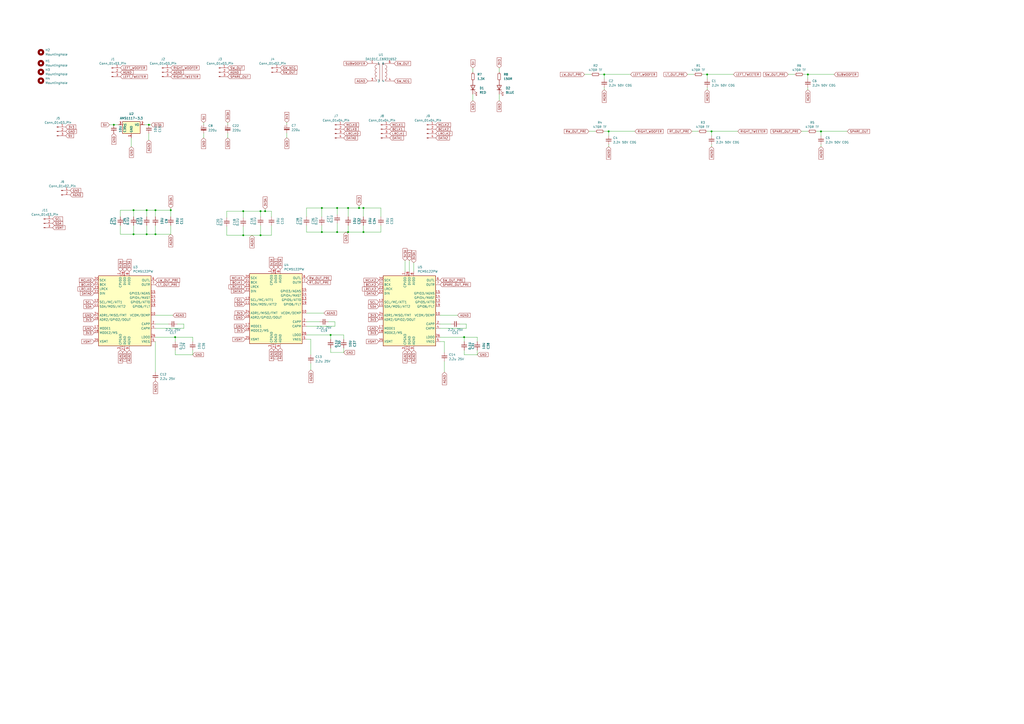
<source format=kicad_sch>
(kicad_sch (version 20231120) (generator "eeschema") (generator_version "8.0")
  (paper "A2")
  (junction (at 85.09 121.92))
  (junction (at 151.13 122.5027))
  (junction (at 353.06 76.2))
  (junction (at 141.0993 136.4727))
  (junction (at 151.13 136.4727))
  (junction (at 90.17 121.92))
  (junction (at 269.24 195.58))
  (junction (at 66.04 72.39))
  (junction (at 153.7993 122.5027))
  (junction (at 201.93 120.65))
  (junction (at 410.21 43.18))
  (junction (at 90.17 135.89))
  (junction (at 210.82 134.62))
  (junction (at 476.25 76.2))
  (junction (at 86.36 72.39))
  (junction (at 195.58 134.62))
  (junction (at 210.82 120.65))
  (junction (at 77.47 121.92))
  (junction (at 186.69 134.62))
  (junction (at 186.69 120.65))
  (junction (at 195.58 120.65))
  (junction (at 141.0993 122.5027))
  (junction (at 101.6 195.58))
  (junction (at 99.06 121.92))
  (junction (at 77.47 135.89))
  (junction (at 201.93 134.62))
  (junction (at 412.75 76.2))
  (junction (at 191.77 194.31))
  (junction (at 208.28 120.65))
  (junction (at 350.52 43.18))
  (junction (at 85.09 135.89))
  (junction (at 468.63 43.18))
  (wire (pts (xy 66.04 72.39) (xy 68.58 72.39)))
  (wire (pts (xy 276.86 205.74) (xy 276.86 203.2)))
  (wire (pts (xy 410.21 52.07) (xy 410.21 50.8)))
  (wire (pts (xy 255.27 195.58) (xy 269.24 195.58)))
  (wire (pts (xy 201.93 134.62) (xy 210.82 134.62)))
  (wire (pts (xy 427.99 76.2) (xy 412.75 76.2)))
  (wire (pts (xy 177.8 194.31) (xy 191.77 194.31)))
  (wire (pts (xy 350.52 45.72) (xy 350.52 43.18)))
  (wire (pts (xy 99.06 125.73) (xy 99.06 121.92)))
  (wire (pts (xy 157.48 122.5027) (xy 153.7993 122.5027)))
  (wire (pts (xy 131.5421 136.4727) (xy 131.5421 131.3569)))
  (wire (pts (xy 199.39 194.31) (xy 199.39 196.85)))
  (wire (pts (xy 177.8 181.61) (xy 187.96 181.61)))
  (wire (pts (xy 118.11 71.12) (xy 118.11 72.263)))
  (wire (pts (xy 153.7993 122.5027) (xy 151.13 122.5027)))
  (wire (pts (xy 131.5421 122.5027) (xy 131.5421 126.2769)))
  (wire (pts (xy 102.87 187.96) (xy 106.68 187.96)))
  (wire (pts (xy 186.69 130.81) (xy 186.69 134.62)))
  (wire (pts (xy 132.08 71.12) (xy 132.08 72.263)))
  (wire (pts (xy 353.06 85.09) (xy 353.06 83.82)))
  (wire (pts (xy 255.27 190.5) (xy 270.51 190.5)))
  (wire (pts (xy 77.47 135.89) (xy 69.85 135.89)))
  (wire (pts (xy 118.11 80.01) (xy 118.11 77.343)))
  (wire (pts (xy 90.17 121.92) (xy 99.06 121.92)))
  (wire (pts (xy 186.69 134.62) (xy 195.58 134.62)))
  (wire (pts (xy 208.28 120.65) (xy 201.93 120.65)))
  (wire (pts (xy 186.69 134.62) (xy 177.8 134.62)))
  (wire (pts (xy 90.17 198.12) (xy 90.17 215.9)))
  (wire (pts (xy 195.58 120.65) (xy 195.58 124.46)))
  (wire (pts (xy 111.76 195.58) (xy 111.76 198.12)))
  (wire (pts (xy 473.71 76.2) (xy 476.25 76.2)))
  (wire (pts (xy 199.39 204.47) (xy 199.39 201.93)))
  (wire (pts (xy 274.32 58.42) (xy 274.32 54.61)))
  (wire (pts (xy 90.17 135.89) (xy 99.06 135.89)))
  (wire (pts (xy 468.63 52.07) (xy 468.63 50.8)))
  (wire (pts (xy 85.09 121.92) (xy 77.47 121.92)))
  (wire (pts (xy 85.09 121.92) (xy 85.09 125.73)))
  (wire (pts (xy 190.5 186.69) (xy 194.31 186.69)))
  (wire (pts (xy 457.2 43.18) (xy 461.01 43.18)))
  (wire (pts (xy 86.36 72.39) (xy 83.82 72.39)))
  (wire (pts (xy 191.77 194.31) (xy 191.77 196.85)))
  (wire (pts (xy 368.3 76.2) (xy 353.06 76.2)))
  (wire (pts (xy 269.24 195.58) (xy 276.86 195.58)))
  (wire (pts (xy 141.0993 122.5027) (xy 131.5421 122.5027)))
  (wire (pts (xy 257.81 209.55) (xy 257.81 215.9)))
  (wire (pts (xy 234.95 151.13) (xy 234.95 157.48)))
  (wire (pts (xy 141.0993 122.5027) (xy 141.0993 126.3127)))
  (wire (pts (xy 132.08 80.01) (xy 132.08 77.343)))
  (wire (pts (xy 106.68 187.96) (xy 106.68 190.5)))
  (wire (pts (xy 186.69 120.65) (xy 177.8 120.65)))
  (wire (pts (xy 201.93 125.73) (xy 201.93 120.65)))
  (wire (pts (xy 210.82 125.73) (xy 210.82 120.65)))
  (wire (pts (xy 90.17 130.81) (xy 90.17 135.89)))
  (wire (pts (xy 339.09 43.18) (xy 342.9 43.18)))
  (wire (pts (xy 210.82 134.62) (xy 220.98 134.62)))
  (wire (pts (xy 412.75 78.74) (xy 412.75 76.2)))
  (wire (pts (xy 180.34 210.82) (xy 180.34 214.63)))
  (wire (pts (xy 237.49 151.13) (xy 237.49 157.48)))
  (wire (pts (xy 90.17 125.73) (xy 90.17 121.92)))
  (wire (pts (xy 186.69 120.65) (xy 186.69 125.73)))
  (wire (pts (xy 201.93 130.81) (xy 201.93 134.62)))
  (wire (pts (xy 101.6 205.74) (xy 101.6 203.2)))
  (wire (pts (xy 77.47 121.92) (xy 69.85 121.92)))
  (wire (pts (xy 412.75 85.09) (xy 412.75 83.82)))
  (wire (pts (xy 195.58 134.62) (xy 201.93 134.62)))
  (wire (pts (xy 151.13 122.5027) (xy 151.13 125.73)))
  (wire (pts (xy 483.87 43.18) (xy 468.63 43.18)))
  (wire (pts (xy 69.85 135.89) (xy 69.85 130.81)))
  (wire (pts (xy 491.49 76.2) (xy 476.25 76.2)))
  (wire (pts (xy 141.0993 136.4727) (xy 151.13 136.4727)))
  (wire (pts (xy 347.98 43.18) (xy 350.52 43.18)))
  (wire (pts (xy 191.77 194.31) (xy 199.39 194.31)))
  (wire (pts (xy 85.09 135.89) (xy 77.47 135.89)))
  (wire (pts (xy 195.58 129.54) (xy 195.58 134.62)))
  (wire (pts (xy 210.82 130.81) (xy 210.82 134.62)))
  (wire (pts (xy 106.68 190.5) (xy 90.17 190.5)))
  (wire (pts (xy 353.06 78.74) (xy 353.06 76.2)))
  (wire (pts (xy 111.76 205.74) (xy 111.76 203.2)))
  (wire (pts (xy 177.8 120.65) (xy 177.8 125.73)))
  (wire (pts (xy 177.8 196.85) (xy 180.34 196.85)))
  (wire (pts (xy 141.0993 131.3927) (xy 141.0993 136.4727)))
  (wire (pts (xy 407.67 43.18) (xy 410.21 43.18)))
  (wire (pts (xy 464.82 76.2) (xy 468.63 76.2)))
  (wire (pts (xy 194.31 186.69) (xy 194.31 189.23)))
  (wire (pts (xy 63.5 72.39) (xy 66.04 72.39)))
  (wire (pts (xy 141.0993 122.5027) (xy 151.13 122.5027)))
  (wire (pts (xy 210.82 120.65) (xy 220.98 120.65)))
  (wire (pts (xy 341.63 76.2) (xy 345.44 76.2)))
  (wire (pts (xy 208.28 120.65) (xy 208.28 119.38)))
  (wire (pts (xy 365.76 43.18) (xy 350.52 43.18)))
  (wire (pts (xy 97.79 187.96) (xy 90.17 187.96)))
  (wire (pts (xy 99.06 130.81) (xy 99.06 135.89)))
  (wire (pts (xy 398.78 43.18) (xy 402.59 43.18)))
  (wire (pts (xy 180.34 196.85) (xy 180.34 205.74)))
  (wire (pts (xy 157.48 130.81) (xy 157.48 136.4727)))
  (wire (pts (xy 153.7993 122.5027) (xy 153.7993 121.2327)))
  (wire (pts (xy 201.93 120.65) (xy 195.58 120.65)))
  (wire (pts (xy 401.32 76.2) (xy 405.13 76.2)))
  (wire (pts (xy 425.45 43.18) (xy 410.21 43.18)))
  (wire (pts (xy 157.48 136.4727) (xy 151.13 136.4727)))
  (wire (pts (xy 269.24 205.74) (xy 269.24 203.2)))
  (wire (pts (xy 77.47 130.81) (xy 77.47 135.89)))
  (wire (pts (xy 77.47 121.92) (xy 77.47 125.73)))
  (wire (pts (xy 274.32 39.37) (xy 274.32 41.91)))
  (wire (pts (xy 157.48 125.73) (xy 157.48 122.5027)))
  (wire (pts (xy 166.37 79.883) (xy 166.37 77.216)))
  (wire (pts (xy 220.98 125.73) (xy 220.98 120.65)))
  (wire (pts (xy 466.09 43.18) (xy 468.63 43.18)))
  (wire (pts (xy 101.6 195.58) (xy 101.6 198.12)))
  (wire (pts (xy 269.24 195.58) (xy 269.24 198.12)))
  (wire (pts (xy 266.7 187.96) (xy 270.51 187.96)))
  (wire (pts (xy 410.21 76.2) (xy 412.75 76.2)))
  (wire (pts (xy 194.31 189.23) (xy 177.8 189.23)))
  (wire (pts (xy 90.17 182.88) (xy 100.33 182.88)))
  (wire (pts (xy 76.2 85.09) (xy 76.2 80.01)))
  (wire (pts (xy 186.69 120.65) (xy 195.58 120.65)))
  (wire (pts (xy 85.09 130.81) (xy 85.09 135.89)))
  (wire (pts (xy 87.63 72.39) (xy 86.36 72.39)))
  (wire (pts (xy 220.98 130.81) (xy 220.98 134.62)))
  (wire (pts (xy 191.77 204.47) (xy 191.77 201.93)))
  (wire (pts (xy 476.25 85.09) (xy 476.25 83.82)))
  (wire (pts (xy 86.36 81.28) (xy 86.36 77.47)))
  (wire (pts (xy 410.21 45.72) (xy 410.21 43.18)))
  (wire (pts (xy 255.27 187.96) (xy 261.62 187.96)))
  (wire (pts (xy 255.27 198.12) (xy 257.81 198.12)))
  (wire (pts (xy 111.76 205.74) (xy 101.6 205.74)))
  (wire (pts (xy 85.09 121.92) (xy 90.17 121.92)))
  (wire (pts (xy 257.81 198.12) (xy 257.81 204.47)))
  (wire (pts (xy 240.03 152.4) (xy 240.03 157.48)))
  (wire (pts (xy 151.13 130.81) (xy 151.13 136.4727)))
  (wire (pts (xy 141.0993 136.4727) (xy 131.5421 136.4727)))
  (wire (pts (xy 350.52 76.2) (xy 353.06 76.2)))
  (wire (pts (xy 85.09 135.89) (xy 90.17 135.89)))
  (wire (pts (xy 185.42 186.69) (xy 177.8 186.69)))
  (wire (pts (xy 468.63 45.72) (xy 468.63 43.18)))
  (wire (pts (xy 69.85 121.92) (xy 69.85 125.73)))
  (wire (pts (xy 350.52 52.07) (xy 350.52 50.8)))
  (wire (pts (xy 270.51 187.96) (xy 270.51 190.5)))
  (wire (pts (xy 199.39 204.47) (xy 191.77 204.47)))
  (wire (pts (xy 276.86 195.58) (xy 276.86 198.12)))
  (wire (pts (xy 289.56 39.37) (xy 289.56 41.91)))
  (wire (pts (xy 90.17 195.58) (xy 101.6 195.58)))
  (wire (pts (xy 99.06 121.92) (xy 99.06 120.65)))
  (wire (pts (xy 208.28 120.65) (xy 210.82 120.65)))
  (wire (pts (xy 476.25 78.74) (xy 476.25 76.2)))
  (wire (pts (xy 166.37 70.993) (xy 166.37 72.136)))
  (wire (pts (xy 255.27 182.88) (xy 265.43 182.88)))
  (wire (pts (xy 289.56 58.42) (xy 289.56 54.61)))
  (wire (pts (xy 276.86 205.74) (xy 269.24 205.74)))
  (wire (pts (xy 177.8 134.62) (xy 177.8 130.81)))
  (wire (pts (xy 101.6 195.58) (xy 111.76 195.58)))
  (global_label "AGND" (shape input) (at 240.03 203.2 270) (property "Intersheetrefs" "${INTERSHEET_REFS}" (effects (hide yes))))
  (global_label "MCLK1" (shape input) (at 226.06 72.39 0) (property "Intersheetrefs" "${INTERSHEET_REFS}" (effects (hide yes))))
  (global_label "AGND" (shape input) (at 410.21 52.07 270) (property "Intersheetrefs" "${INTERSHEET_REFS}" (effects (hide yes))))
  (global_label "LRCLK1" (shape input) (at 226.06 77.47 0) (property "Intersheetrefs" "${INTERSHEET_REFS}" (effects (hide yes))))
  (global_label "3V3A" (shape input) (at 99.06 120.65 90) (property "Intersheetrefs" "${INTERSHEET_REFS}" (effects (hide yes))))
  (global_label "AGND" (shape input) (at 69.85 41.91 0) (property "Intersheetrefs" "${INTERSHEET_REFS}" (effects (hide yes))))
  (global_label "SPARE_OUT" (shape input) (at 491.49 76.2 0) (property "Intersheetrefs" "${INTERSHEET_REFS}" (effects (hide yes))))
  (global_label "BCLK1" (shape input) (at 142.24 163.83 180) (property "Intersheetrefs" "${INTERSHEET_REFS}" (effects (hide yes))))
  (global_label "SPARE_OUT" (shape input) (at 132.08 44.45 0) (property "Intersheetrefs" "${INTERSHEET_REFS}" (effects (hide yes))))
  (global_label "DATA1" (shape input) (at 142.24 168.91 180) (property "Intersheetrefs" "${INTERSHEET_REFS}" (effects (hide yes))))
  (global_label "AGND" (shape input) (at 353.06 85.09 270) (property "Intersheetrefs" "${INTERSHEET_REFS}" (effects (hide yes))))
  (global_label "3V3A" (shape input) (at 87.63 72.39 0) (property "Intersheetrefs" "${INTERSHEET_REFS}" (effects (hide yes))))
  (global_label "RIGHT_TWEETER" (shape input) (at 99.06 44.45 0) (property "Intersheetrefs" "${INTERSHEET_REFS}" (effects (hide yes))))
  (global_label "AGND" (shape input) (at 74.93 203.2 270) (property "Intersheetrefs" "${INTERSHEET_REFS}" (effects (hide yes))))
  (global_label "AGND" (shape input) (at 86.36 81.28 270) (property "Intersheetrefs" "${INTERSHEET_REFS}" (effects (hide yes))))
  (global_label "LRCLK2" (shape input) (at 252.73 77.47 0) (property "Intersheetrefs" "${INTERSHEET_REFS}" (effects (hide yes))))
  (global_label "5V" (shape input) (at 38.1 78.74 0) (property "Intersheetrefs" "${INTERSHEET_REFS}" (effects (hide yes))))
  (global_label "SW_NEG" (shape input) (at 228.6 46.99 0) (property "Intersheetrefs" "${INTERSHEET_REFS}" (effects (hide yes))))
  (global_label "RW_OUT_PRE" (shape input) (at 177.8 161.29 0) (property "Intersheetrefs" "${INTERSHEET_REFS}" (effects (hide yes))))
  (global_label "LW_OUT_PRE" (shape input) (at 339.09 43.18 180) (property "Intersheetrefs" "${INTERSHEET_REFS}" (effects (hide yes))))
  (global_label "3V3" (shape input) (at 219.71 193.04 180) (property "Intersheetrefs" "${INTERSHEET_REFS}" (effects (hide yes))))
  (global_label "AGND" (shape input) (at 213.36 46.99 180) (property "Intersheetrefs" "${INTERSHEET_REFS}" (effects (hide yes))))
  (global_label "3V3A" (shape input) (at 234.95 151.13 90) (property "Intersheetrefs" "${INTERSHEET_REFS}" (effects (hide yes))))
  (global_label "XSMT" (shape input) (at 30.48 132.08 0) (property "Intersheetrefs" "${INTERSHEET_REFS}" (effects (hide yes))))
  (global_label "3V3" (shape input) (at 160.02 156.21 90) (property "Intersheetrefs" "${INTERSHEET_REFS}" (effects (hide yes))))
  (global_label "GND" (shape input) (at 38.1 76.2 0) (property "Intersheetrefs" "${INTERSHEET_REFS}" (effects (hide yes))))
  (global_label "GND" (shape input) (at 289.56 58.42 270) (property "Intersheetrefs" "${INTERSHEET_REFS}" (effects (hide yes))))
  (global_label "GND" (shape input) (at 132.08 80.01 270) (property "Intersheetrefs" "${INTERSHEET_REFS}" (effects (hide yes))))
  (global_label "LEFT_TWEETER" (shape input) (at 69.85 44.45 0) (property "Intersheetrefs" "${INTERSHEET_REFS}" (effects (hide yes))))
  (global_label "GND" (shape input) (at 54.61 190.5 180) (property "Intersheetrefs" "${INTERSHEET_REFS}" (effects (hide yes))))
  (global_label "GND" (shape input) (at 142.24 184.15 180) (property "Intersheetrefs" "${INTERSHEET_REFS}" (effects (hide yes))))
  (global_label "MCLK0" (shape input) (at 199.39 72.39 0) (property "Intersheetrefs" "${INTERSHEET_REFS}" (effects (hide yes))))
  (global_label "RIGHT_WOOFER" (shape input) (at 368.3 76.2 0) (property "Intersheetrefs" "${INTERSHEET_REFS}" (effects (hide yes))))
  (global_label "5V" (shape input) (at 274.32 39.37 90) (property "Intersheetrefs" "${INTERSHEET_REFS}" (effects (hide yes))))
  (global_label "AGND" (shape input) (at 257.81 215.9 270) (property "Intersheetrefs" "${INTERSHEET_REFS}" (effects (hide yes))))
  (global_label "GND" (shape input) (at 199.39 204.47 0) (property "Intersheetrefs" "${INTERSHEET_REFS}" (effects (hide yes))))
  (global_label "3V3" (shape input) (at 54.61 185.42 180) (property "Intersheetrefs" "${INTERSHEET_REFS}" (effects (hide yes))))
  (global_label "3V3" (shape input) (at 208.28 119.38 90) (property "Intersheetrefs" "${INTERSHEET_REFS}" (effects (hide yes))))
  (global_label "AGND" (shape input) (at 412.75 85.09 270) (property "Intersheetrefs" "${INTERSHEET_REFS}" (effects (hide yes))))
  (global_label "AGND" (shape input) (at 234.95 203.2 270) (property "Intersheetrefs" "${INTERSHEET_REFS}" (effects (hide yes))))
  (global_label "GND" (shape input) (at 66.04 77.47 270) (property "Intersheetrefs" "${INTERSHEET_REFS}" (effects (hide yes))))
  (global_label "MCLK0" (shape input) (at 54.61 162.56 180) (property "Intersheetrefs" "${INTERSHEET_REFS}" (effects (hide yes))))
  (global_label "AGND" (shape input) (at 100.33 182.88 0) (property "Intersheetrefs" "${INTERSHEET_REFS}" (effects (hide yes))))
  (global_label "GND" (shape input) (at 160.02 201.93 270) (property "Intersheetrefs" "${INTERSHEET_REFS}" (effects (hide yes))))
  (global_label "3V3" (shape input) (at 166.37 70.993 90) (property "Intersheetrefs" "${INTERSHEET_REFS}" (effects (hide yes))))
  (global_label "GND" (shape input) (at 166.37 79.883 270) (property "Intersheetrefs" "${INTERSHEET_REFS}" (effects (hide yes))))
  (global_label "GND" (shape input) (at 72.39 203.2 270) (property "Intersheetrefs" "${INTERSHEET_REFS}" (effects (hide yes))))
  (global_label "GND" (shape input) (at 274.32 58.42 270) (property "Intersheetrefs" "${INTERSHEET_REFS}" (effects (hide yes))))
  (global_label "MCLK1" (shape input) (at 142.24 161.29 180) (property "Intersheetrefs" "${INTERSHEET_REFS}" (effects (hide yes))))
  (global_label "AGND" (shape input) (at 162.56 201.93 270) (property "Intersheetrefs" "${INTERSHEET_REFS}" (effects (hide yes))))
  (global_label "3V3" (shape input) (at 219.71 182.88 180) (property "Intersheetrefs" "${INTERSHEET_REFS}" (effects (hide yes))))
  (global_label "LT_OUT_PRE" (shape input) (at 398.78 43.18 180) (property "Intersheetrefs" "${INTERSHEET_REFS}" (effects (hide yes))))
  (global_label "SUBWOOFER" (shape input) (at 483.87 43.18 0) (property "Intersheetrefs" "${INTERSHEET_REFS}" (effects (hide yes))))
  (global_label "GND" (shape input) (at 219.71 190.5 180) (property "Intersheetrefs" "${INTERSHEET_REFS}" (effects (hide yes))))
  (global_label "SDA" (shape input) (at 30.48 129.54 0) (property "Intersheetrefs" "${INTERSHEET_REFS}" (effects (hide yes))))
  (global_label "SW_OUT_PRE" (shape input) (at 457.2 43.18 180) (property "Intersheetrefs" "${INTERSHEET_REFS}" (effects (hide yes))))
  (global_label "DATA0" (shape input) (at 199.39 80.01 0) (property "Intersheetrefs" "${INTERSHEET_REFS}" (effects (hide yes))))
  (global_label "SDA" (shape input) (at 142.24 176.53 180) (property "Intersheetrefs" "${INTERSHEET_REFS}" (effects (hide yes))))
  (global_label "GND" (shape input) (at 200.66 134.62 270) (property "Intersheetrefs" "${INTERSHEET_REFS}" (effects (hide yes))))
  (global_label "MCLK2" (shape input) (at 219.71 162.56 180) (property "Intersheetrefs" "${INTERSHEET_REFS}" (effects (hide yes))))
  (global_label "SCL" (shape input) (at 219.71 175.26 180) (property "Intersheetrefs" "${INTERSHEET_REFS}" (effects (hide yes))))
  (global_label "3V3A" (shape input) (at 153.7993 121.2327 90) (property "Intersheetrefs" "${INTERSHEET_REFS}" (effects (hide yes))))
  (global_label "SCL" (shape input) (at 54.61 175.26 180) (property "Intersheetrefs" "${INTERSHEET_REFS}" (effects (hide yes))))
  (global_label "3V3" (shape input) (at 72.39 157.48 90) (property "Intersheetrefs" "${INTERSHEET_REFS}" (effects (hide yes))))
  (global_label "AGND" (shape input) (at 180.34 214.63 270) (property "Intersheetrefs" "${INTERSHEET_REFS}" (effects (hide yes))))
  (global_label "BCLK2" (shape input) (at 219.71 165.1 180) (property "Intersheetrefs" "${INTERSHEET_REFS}" (effects (hide yes))))
  (global_label "AGND" (shape input) (at 99.06 135.89 270) (property "Intersheetrefs" "${INTERSHEET_REFS}" (effects (hide yes))))
  (global_label "SCL" (shape input) (at 30.48 127 0) (property "Intersheetrefs" "${INTERSHEET_REFS}" (effects (hide yes))))
  (global_label "3V3" (shape input) (at 54.61 193.04 180) (property "Intersheetrefs" "${INTERSHEET_REFS}" (effects (hide yes))))
  (global_label "GND" (shape input) (at 40.64 110.49 0) (property "Intersheetrefs" "${INTERSHEET_REFS}" (effects (hide yes))))
  (global_label "AGND" (shape input) (at 350.52 52.07 270) (property "Intersheetrefs" "${INTERSHEET_REFS}" (effects (hide yes))))
  (global_label "RIGHT_TWEETER" (shape input) (at 427.99 76.2 0) (property "Intersheetrefs" "${INTERSHEET_REFS}" (effects (hide yes))))
  (global_label "LW_OUT_PRE" (shape input) (at 90.17 162.56 0) (property "Intersheetrefs" "${INTERSHEET_REFS}" (effects (hide yes))))
  (global_label "DATA0" (shape input) (at 54.61 170.18 180) (property "Intersheetrefs" "${INTERSHEET_REFS}" (effects (hide yes))))
  (global_label "3V3" (shape input) (at 142.24 181.61 180) (property "Intersheetrefs" "${INTERSHEET_REFS}" (effects (hide yes))))
  (global_label "3V3" (shape input) (at 38.1 73.66 0) (property "Intersheetrefs" "${INTERSHEET_REFS}" (effects (hide yes))))
  (global_label "XSMT" (shape input) (at 219.71 198.12 180) (property "Intersheetrefs" "${INTERSHEET_REFS}" (effects (hide yes))))
  (global_label "BCLK0" (shape input) (at 54.61 165.1 180) (property "Intersheetrefs" "${INTERSHEET_REFS}" (effects (hide yes))))
  (global_label "AGND" (shape input) (at 157.48 201.93 270) (property "Intersheetrefs" "${INTERSHEET_REFS}" (effects (hide yes))))
  (global_label "3V3" (shape input) (at 289.56 39.37 90) (property "Intersheetrefs" "${INTERSHEET_REFS}" (effects (hide yes))))
  (global_label "GND" (shape input) (at 142.24 189.23 180) (property "Intersheetrefs" "${INTERSHEET_REFS}" (effects (hide yes))))
  (global_label "LRCLK0" (shape input) (at 199.39 77.47 0) (property "Intersheetrefs" "${INTERSHEET_REFS}" (effects (hide yes))))
  (global_label "AGND" (shape input) (at 99.06 41.91 0) (property "Intersheetrefs" "${INTERSHEET_REFS}" (effects (hide yes))))
  (global_label "RT_OUT_PRE" (shape input) (at 177.8 163.83 0) (property "Intersheetrefs" "${INTERSHEET_REFS}" (effects (hide yes))))
  (global_label "AGND" (shape input) (at 146.1793 136.4727 270) (property "Intersheetrefs" "${INTERSHEET_REFS}" (effects (hide yes))))
  (global_label "AGND" (shape input) (at 132.08 41.91 0) (property "Intersheetrefs" "${INTERSHEET_REFS}" (effects (hide yes))))
  (global_label "BCLK1" (shape input) (at 226.06 74.93 0) (property "Intersheetrefs" "${INTERSHEET_REFS}" (effects (hide yes))))
  (global_label "3V3A" (shape input) (at 132.08 71.12 90) (property "Intersheetrefs" "${INTERSHEET_REFS}" (effects (hide yes))))
  (global_label "AGND" (shape input) (at 69.85 203.2 270) (property "Intersheetrefs" "${INTERSHEET_REFS}" (effects (hide yes))))
  (global_label "SW_OUT" (shape input) (at 132.08 39.37 0) (property "Intersheetrefs" "${INTERSHEET_REFS}" (effects (hide yes))))
  (global_label "3V3" (shape input) (at 142.24 191.77 180) (property "Intersheetrefs" "${INTERSHEET_REFS}" (effects (hide yes))))
  (global_label "AGND" (shape input) (at 90.17 220.98 270) (property "Intersheetrefs" "${INTERSHEET_REFS}" (effects (hide yes))))
  (global_label "LEFT_WOOFER" (shape input) (at 69.85 39.37 0) (property "Intersheetrefs" "${INTERSHEET_REFS}" (effects (hide yes))))
  (global_label "AGND" (shape input) (at 40.64 113.03 0) (property "Intersheetrefs" "${INTERSHEET_REFS}" (effects (hide yes))))
  (global_label "3V3" (shape input) (at 219.71 185.42 180) (property "Intersheetrefs" "${INTERSHEET_REFS}" (effects (hide yes))))
  (global_label "DATA2" (shape input) (at 252.73 80.01 0) (property "Intersheetrefs" "${INTERSHEET_REFS}" (effects (hide yes))))
  (global_label "3V3A" (shape input) (at 74.93 157.48 90) (property "Intersheetrefs" "${INTERSHEET_REFS}" (effects (hide yes))))
  (global_label "SDA" (shape input) (at 54.61 177.8 180) (property "Intersheetrefs" "${INTERSHEET_REFS}" (effects (hide yes))))
  (global_label "GND" (shape input) (at 276.86 205.74 0) (property "Intersheetrefs" "${INTERSHEET_REFS}" (effects (hide yes))))
  (global_label "DATA1" (shape input) (at 226.06 80.01 0) (property "Intersheetrefs" "${INTERSHEET_REFS}" (effects (hide yes))))
  (global_label "SPARE_OUT_PRE" (shape input) (at 464.82 76.2 180) (property "Intersheetrefs" "${INTERSHEET_REFS}" (effects (hide yes))))
  (global_label "BCLK0" (shape input) (at 199.39 74.93 0) (property "Intersheetrefs" "${INTERSHEET_REFS}" (effects (hide yes))))
  (global_label "BCLK2" (shape input) (at 252.73 74.93 0) (property "Intersheetrefs" "${INTERSHEET_REFS}" (effects (hide yes))))
  (global_label "GND" (shape input) (at 111.76 205.74 0) (property "Intersheetrefs" "${INTERSHEET_REFS}" (effects (hide yes))))
  (global_label "GND" (shape input) (at 237.49 203.2 270) (property "Intersheetrefs" "${INTERSHEET_REFS}" (effects (hide yes))))
  (global_label "SW_NEG" (shape input) (at 162.56 39.37 0) (property "Intersheetrefs" "${INTERSHEET_REFS}" (effects (hide yes))))
  (global_label "SW_OUT_PRE" (shape input) (at 255.27 162.56 0) (property "Intersheetrefs" "${INTERSHEET_REFS}" (effects (hide yes))))
  (global_label "LRCLK1" (shape input) (at 142.24 166.37 180) (property "Intersheetrefs" "${INTERSHEET_REFS}" (effects (hide yes))))
  (global_label "GND" (shape input) (at 76.2 85.09 270) (property "Intersheetrefs" "${INTERSHEET_REFS}" (effects (hide yes))))
  (global_label "SPARE_OUT_PRE" (shape input) (at 255.27 165.1 0) (property "Intersheetrefs" "${INTERSHEET_REFS}" (effects (hide yes))))
  (global_label "SW_OUT" (shape input) (at 228.6 36.83 0) (property "Intersheetrefs" "${INTERSHEET_REFS}" (effects (hide yes))))
  (global_label "XSMT" (shape input) (at 54.61 198.12 180) (property "Intersheetrefs" "${INTERSHEET_REFS}" (effects (hide yes))))
  (global_label "5V" (shape input) (at 63.5 72.39 180) (property "Intersheetrefs" "${INTERSHEET_REFS}" (effects (hide yes))))
  (global_label "AGND" (shape input) (at 476.25 85.09 270) (property "Intersheetrefs" "${INTERSHEET_REFS}" (effects (hide yes))))
  (global_label "LT_OUT_PRE" (shape input) (at 90.17 165.1 0) (property "Intersheetrefs" "${INTERSHEET_REFS}" (effects (hide yes))))
  (global_label "GND" (shape input) (at 118.11 80.01 270) (property "Intersheetrefs" "${INTERSHEET_REFS}" (effects (hide yes))))
  (global_label "LEFT_TWEETER" (shape input) (at 425.45 43.18 0) (property "Intersheetrefs" "${INTERSHEET_REFS}" (effects (hide yes))))
  (global_label "3V3A" (shape input) (at 240.03 152.4 90) (property "Intersheetrefs" "${INTERSHEET_REFS}" (effects (hide yes))))
  (global_label "AGND" (shape input) (at 187.96 181.61 0) (property "Intersheetrefs" "${INTERSHEET_REFS}" (effects (hide yes))))
  (global_label "AGND" (shape input) (at 468.63 52.07 270) (property "Intersheetrefs" "${INTERSHEET_REFS}" (effects (hide yes))))
  (global_label "AGND" (shape input) (at 265.43 182.88 0) (property "Intersheetrefs" "${INTERSHEET_REFS}" (effects (hide yes))))
  (global_label "SCL" (shape input) (at 142.24 173.99 180) (property "Intersheetrefs" "${INTERSHEET_REFS}" (effects (hide yes))))
  (global_label "LRCLK0" (shape input) (at 54.61 167.64 180) (property "Intersheetrefs" "${INTERSHEET_REFS}" (effects (hide yes))))
  (global_label "5V" (shape input) (at 118.11 71.12 90) (property "Intersheetrefs" "${INTERSHEET_REFS}" (effects (hide yes))))
  (global_label "SW_OUT" (shape input) (at 162.56 41.91 0) (property "Intersheetrefs" "${INTERSHEET_REFS}" (effects (hide yes))))
  (global_label "RT_OUT_PRE" (shape input) (at 401.32 76.2 180) (property "Intersheetrefs" "${INTERSHEET_REFS}" (effects (hide yes))))
  (global_label "RIGHT_WOOFER" (shape input) (at 99.06 39.37 0) (property "Intersheetrefs" "${INTERSHEET_REFS}" (effects (hide yes))))
  (global_label "SDA" (shape input) (at 219.71 177.8 180) (property "Intersheetrefs" "${INTERSHEET_REFS}" (effects (hide yes))))
  (global_label "RW_OUT_PRE" (shape input) (at 341.63 76.2 180) (property "Intersheetrefs" "${INTERSHEET_REFS}" (effects (hide yes))))
  (global_label "SUBWOOFER" (shape input) (at 213.36 36.83 180) (property "Intersheetrefs" "${INTERSHEET_REFS}" (effects (hide yes))))
  (global_label "3V3A" (shape input) (at 157.48 156.21 90) (property "Intersheetrefs" "${INTERSHEET_REFS}" (effects (hide yes))))
  (global_label "3V3" (shape input) (at 237.49 151.13 90) (property "Intersheetrefs" "${INTERSHEET_REFS}" (effects (hide yes))))
  (global_label "DATA2" (shape input) (at 219.71 170.18 180) (property "Intersheetrefs" "${INTERSHEET_REFS}" (effects (hide yes))))
  (global_label "MCLK2" (shape input) (at 252.73 72.39 0) (property "Intersheetrefs" "${INTERSHEET_REFS}" (effects (hide yes))))
  (global_label "3V3A" (shape input) (at 69.85 157.48 90) (property "Intersheetrefs" "${INTERSHEET_REFS}" (effects (hide yes))))
  (global_label "LEFT_WOOFER" (shape input) (at 365.76 43.18 0) (property "Intersheetrefs" "${INTERSHEET_REFS}" (effects (hide yes))))
  (global_label "GND" (shape input) (at 54.61 182.88 180) (property "Intersheetrefs" "${INTERSHEET_REFS}" (effects (hide yes))))
  (global_label "LRCLK2" (shape input) (at 219.71 167.64 180) (property "Intersheetrefs" "${INTERSHEET_REFS}" (effects (hide yes))))
  (global_label "XSMT" (shape input) (at 142.24 196.85 180) (property "Intersheetrefs" "${INTERSHEET_REFS}" (effects (hide yes))))
  (global_label "3V3A" (shape input) (at 162.56 156.21 90) (property "Intersheetrefs" "${INTERSHEET_REFS}" (effects (hide yes))))
  (symbol (lib_id "Device:LED") (at 289.56 50.8 90) (unit 1)
    (property "Reference" "D2" (at 293.37 51.1174 90) (effects (justify right)))
    (property "Value" "BLUE" (at 293.37 53.6574 90) (effects (justify right)))
    (property "Footprint" "LED_SMD:LED_0603_1608Metric" (effects (hide yes)))
    (property "Description" "Light emitting diode" (effects (hide yes)))
  )
  (symbol (lib_id "Device:R_Small") (at 407.67 76.2 90) (unit 1)
    (property "Reference" "R3" (at 407.67 71.12 90))
    (property "Value" "470R TF" (at 407.67 73.66 90))
    (property "Footprint" "Resistor_SMD:R_0805_2012Metric_Pad1.20x1.40mm_HandSolder" (effects (hide yes)))
    (property "Description" "Resistor, small symbol" (effects (hide yes)))
    (property "Mouser" "603-RT0805FRE07470RL" (effects (hide yes)))
  )
  (symbol (lib_id "Connector:Conn_01x02_Pin") (at 157.48 39.37 0) (unit 1)
    (property "Reference" "J4" (at 158.115 34.29 0))
    (property "Value" "Conn_01x02_Pin" (at 158.115 36.83 0))
    (property "Footprint" "Connector_JST:JST_PH_B2B-PH-K_1x02_P2.00mm_Vertical" (effects (hide yes)))
    (property "Description" "Generic connector, single row, 01x02, script generated" (effects (hide yes)))
  )
  (symbol (lib_id "Device:C_Small") (at 476.25 81.28 180) (unit 1)
    (property "Reference" "C5" (at 478.79 80.0035 0) (effects (justify right)))
    (property "Value" "2.2n 50V C0G" (at 478.79 82.5435 0) (effects (justify right)))
    (property "Footprint" "Capacitor_SMD:C_0805_2012Metric_Pad1.18x1.45mm_HandSolder" (effects (hide yes)))
    (property "Description" "Unpolarized capacitor, small symbol" (effects (hide yes)))
  )
  (symbol (lib_id "Connector:Conn_01x03_Pin") (at 25.4 129.54 0) (unit 1)
    (property "Reference" "J11" (at 26.035 121.92 0))
    (property "Value" "Conn_01x03_Pin" (at 26.035 124.46 0))
    (property "Footprint" "Connector_JST:JST_PH_B3B-PH-K_1x03_P2.00mm_Vertical" (effects (hide yes)))
    (property "Description" "Generic connector, single row, 01x03, script generated" (effects (hide yes)))
  )
  (symbol (lib_id "easyeda2kicad:DA101C_C6931652") (at 220.98 41.91 0) (unit 1)
    (property "Reference" "U1" (at 220.9846 31.75 0))
    (property "Value" "DA101C_C6931652" (at 220.9846 34.29 0))
    (property "Footprint" "easyeda2kicad:XFMR-TH_4P-L9.5-W9.0-P5.08-LS10.2_C9900096976" (effects (hide yes)))
    (property "LCSC Part" "C6931652" (effects (hide yes)))
  )
  (symbol (lib_id "Device:C_Small") (at 199.39 199.39 0) (unit 1)
    (property "Reference" "C37" (at 205.74 199.3963 90))
    (property "Value" "10U" (at 203.2 199.3963 90))
    (property "Footprint" "Capacitor_SMD:C_1206_3216Metric_Pad1.33x1.80mm_HandSolder" (effects (hide yes)))
    (property "Description" "Unpolarized capacitor, small symbol" (effects (hide yes)))
  )
  (symbol (lib_id "Device:C_Small") (at 201.93 128.27 0) (unit 1)
    (property "Reference" "C32" (at 208.28 128.2763 90))
    (property "Value" "10U" (at 205.74 128.2763 90))
    (property "Footprint" "Capacitor_SMD:C_1206_3216Metric_Pad1.33x1.80mm_HandSolder" (effects (hide yes)))
    (property "Description" "Unpolarized capacitor, small symbol" (effects (hide yes)))
  )
  (symbol (lib_id "Mechanical:MountingHole") (at 23.7383 36.6689 0) (unit 1) (exclude_from_sim yes) (in_bom no)
    (property "Reference" "H1" (at 26.2783 35.3988 0) (effects (justify left)))
    (property "Value" "MountingHole" (at 26.2783 37.9388 0) (effects (justify left)))
    (property "Footprint" "MountingHole:MountingHole_3.2mm_M3_DIN965_Pad_TopOnly" (effects (hide yes)))
    (property "Description" "Mounting Hole without connection" (effects (hide yes)))
  )
  (symbol (lib_id "Mechanical:MountingHole") (at 23.7383 46.8289 0) (unit 1) (exclude_from_sim yes) (in_bom no)
    (property "Reference" "H4" (at 26.2783 45.5588 0) (effects (justify left)))
    (property "Value" "MountingHole" (at 26.2783 48.0988 0) (effects (justify left)))
    (property "Footprint" "MountingHole:MountingHole_3.2mm_M3_DIN965_Pad_TopOnly" (effects (hide yes)))
    (property "Description" "Mounting Hole without connection" (effects (hide yes)))
  )
  (symbol (lib_id "Connector:Conn_01x03_Pin") (at 127 41.91 0) (unit 1)
    (property "Reference" "J3" (at 127.635 34.29 0))
    (property "Value" "Conn_01x03_Pin" (at 127.635 36.83 0))
    (property "Footprint" "Connector_JST:JST_PH_B3B-PH-K_1x03_P2.00mm_Vertical" (effects (hide yes)))
    (property "Description" "Generic connector, single row, 01x03, script generated" (effects (hide yes)))
  )
  (symbol (lib_id "Connector:Conn_01x04_Pin") (at 247.65 74.93 0) (unit 1)
    (property "Reference" "J9" (at 248.285 67.31 0))
    (property "Value" "Conn_01x04_Pin" (at 248.285 69.85 0))
    (property "Footprint" "Connector_JST:JST_PH_B4B-PH-K_1x04_P2.00mm_Vertical" (effects (hide yes)))
    (property "Description" "Generic connector, single row, 01x04, script generated" (effects (hide yes)))
  )
  (symbol (lib_id "Connector:Conn_01x03_Pin") (at 64.77 41.91 0) (unit 1)
    (property "Reference" "J1" (at 65.405 34.29 0))
    (property "Value" "Conn_01x03_Pin" (at 65.405 36.83 0))
    (property "Footprint" "Connector_JST:JST_PH_B3B-PH-K_1x03_P2.00mm_Vertical" (effects (hide yes)))
    (property "Description" "Generic connector, single row, 01x03, script generated" (effects (hide yes)))
  )
  (symbol (lib_id "Device:C_Small") (at 177.8 128.27 0) (unit 1)
    (property "Reference" "C28" (at 172.72 128.27 90))
    (property "Value" "0.1U" (at 174.498 128.27 90))
    (property "Footprint" "Capacitor_SMD:C_0805_2012Metric_Pad1.18x1.45mm_HandSolder" (effects (hide yes)))
    (property "Description" "Unpolarized capacitor, small symbol" (effects (hide yes)))
  )
  (symbol (lib_id "Device:C_Polarized_Small") (at 132.08 74.803 0) (unit 1)
    (property "Reference" "C22" (at 134.747 72.9869 0) (effects (justify left)))
    (property "Value" "220u" (at 134.747 75.5269 0) (effects (justify left)))
    (property "Footprint" "Capacitor_THT:CP_Radial_D6.3mm_P2.50mm" (effects (hide yes)))
  )
  (symbol (lib_id "Device:C_Small") (at 350.52 48.26 180) (unit 1)
    (property "Reference" "C2" (at 353.06 46.9835 0) (effects (justify right)))
    (property "Value" "2.2n 50V C0G" (at 353.06 49.5235 0) (effects (justify right)))
    (property "Footprint" "Capacitor_SMD:C_0805_2012Metric_Pad1.18x1.45mm_HandSolder" (effects (hide yes)))
    (property "Description" "Unpolarized capacitor, small symbol" (effects (hide yes)))
    (property "Mouser" "791-0805N222F500CT" (effects (hide yes)))
  )
  (symbol (lib_id "Device:R_Small") (at 471.17 76.2 90) (unit 1)
    (property "Reference" "R5" (at 471.17 71.12 90))
    (property "Value" "470R TF" (at 471.17 73.66 90))
    (property "Footprint" "Resistor_SMD:R_0805_2012Metric_Pad1.20x1.40mm_HandSolder" (effects (hide yes)))
    (property "Description" "Resistor, small symbol" (effects (hide yes)))
    (property "Mouser" "603-RT0805FRE07470RL" (effects (hide yes)))
  )
  (symbol (lib_id "Device:C_Small") (at 468.63 48.26 180) (unit 1)
    (property "Reference" "C6" (at 471.17 46.9835 0) (effects (justify right)))
    (property "Value" "2.2n 50V C0G" (at 471.17 49.5235 0) (effects (justify right)))
    (property "Footprint" "Capacitor_SMD:C_0805_2012Metric_Pad1.18x1.45mm_HandSolder" (effects (hide yes)))
    (property "Description" "Unpolarized capacitor, small symbol" (effects (hide yes)))
  )
  (symbol (lib_id "Audio:PCM5122PW") (at 72.39 180.34 0) (unit 1)
    (property "Reference" "U3" (at 77.1241 154.94 0) (effects (justify left)))
    (property "Value" "PCM5122PW" (at 77.1241 157.48 0) (effects (justify left)))
    (property "Footprint" "Package_SO:TSSOP-28_4.4x9.7mm_P0.65mm" (effects (hide yes)))
    (property "Datasheet" "http://www.ti.com/lit/ds/symlink/pcm5122.pdf" (effects (hide yes)))
    (property "Description" "2VRMS DirectPath, 112dB Audio Stereo DAC with 32-bit, 384kHz PCM Interface, TSSOP-28" (effects (hide yes)))
    (property "Mouser" "595-PCM5142PWR" (effects (hide yes)))
  )
  (symbol (lib_id "Device:R_Small") (at 405.13 43.18 90) (unit 1)
    (property "Reference" "R1" (at 405.13 38.1 90))
    (property "Value" "470R TF" (at 405.13 40.64 90))
    (property "Footprint" "Resistor_SMD:R_0805_2012Metric_Pad1.20x1.40mm_HandSolder" (effects (hide yes)))
    (property "Description" "Resistor, small symbol" (effects (hide yes)))
    (property "Mouser" "603-RT0805FRE07470RL" (effects (hide yes)))
  )
  (symbol (lib_id "Device:R_Small") (at 463.55 43.18 90) (unit 1)
    (property "Reference" "R6" (at 463.55 38.1 90))
    (property "Value" "470R TF" (at 463.55 40.64 90))
    (property "Footprint" "Resistor_SMD:R_0805_2012Metric_Pad1.20x1.40mm_HandSolder" (effects (hide yes)))
    (property "Description" "Resistor, small symbol" (effects (hide yes)))
    (property "Mouser" "603-RT0805FRE07470RL" (effects (hide yes)))
  )
  (symbol (lib_id "Device:C_Small") (at 100.33 187.96 90) (unit 1)
    (property "Reference" "C17" (at 100.33 193.04 90))
    (property "Value" "2.2u 25V" (at 100.33 191.262 90))
    (property "Footprint" "Capacitor_SMD:C_0805_2012Metric_Pad1.18x1.45mm_HandSolder" (effects (hide yes)))
    (property "Description" "Unpolarized capacitor, small symbol" (effects (hide yes)))
  )
  (symbol (lib_id "Device:C_Polarized_Small") (at 118.11 74.803 0) (unit 1)
    (property "Reference" "C8" (at 120.777 72.9869 0) (effects (justify left)))
    (property "Value" "220u" (at 120.777 75.5269 0) (effects (justify left)))
    (property "Footprint" "Capacitor_THT:CP_Radial_D6.3mm_P2.50mm" (effects (hide yes)))
  )
  (symbol (lib_id "Device:C_Small") (at 131.5421 128.8169 0) (unit 1)
    (property "Reference" "C20" (at 126.4621 128.8169 90))
    (property "Value" "0.1U" (at 128.2401 128.8169 90))
    (property "Footprint" "Capacitor_SMD:C_0805_2012Metric_Pad1.18x1.45mm_HandSolder" (effects (hide yes)))
    (property "Description" "Unpolarized capacitor, small symbol" (effects (hide yes)))
  )
  (symbol (lib_id "Device:C_Small") (at 186.69 128.27 0) (unit 1)
    (property "Reference" "C26" (at 181.61 128.27 90))
    (property "Value" "0.1U" (at 183.388 128.27 90))
    (property "Footprint" "Capacitor_SMD:C_0805_2012Metric_Pad1.18x1.45mm_HandSolder" (effects (hide yes)))
    (property "Description" "Unpolarized capacitor, small symbol" (effects (hide yes)))
  )
  (symbol (lib_id "Device:C_Small") (at 195.58 127 0) (unit 1)
    (property "Reference" "C27" (at 190.5 127 90))
    (property "Value" "0.1U" (at 192.278 127 90))
    (property "Footprint" "Capacitor_SMD:C_0805_2012Metric_Pad1.18x1.45mm_HandSolder" (effects (hide yes)))
    (property "Description" "Unpolarized capacitor, small symbol" (effects (hide yes)))
  )
  (symbol (lib_id "Connector:Conn_01x02_Pin") (at 35.56 110.49 0) (unit 1)
    (property "Reference" "J6" (at 36.195 105.41 0))
    (property "Value" "Conn_01x02_Pin" (at 36.195 107.95 0))
    (property "Footprint" "Connector_PinHeader_2.54mm:PinHeader_1x02_P2.54mm_Vertical" (effects (hide yes)))
    (property "Description" "Generic connector, single row, 01x02, script generated" (effects (hide yes)))
  )
  (symbol (lib_id "Device:C_Small") (at 410.21 48.26 180) (unit 1)
    (property "Reference" "C1" (at 412.75 46.9835 0) (effects (justify right)))
    (property "Value" "2.2n 50V C0G" (at 412.75 49.5235 0) (effects (justify right)))
    (property "Footprint" "Capacitor_SMD:C_0805_2012Metric_Pad1.18x1.45mm_HandSolder" (effects (hide yes)))
    (property "Description" "Unpolarized capacitor, small symbol" (effects (hide yes)))
    (property "Mouser" "791-0805N222F500CT" (effects (hide yes)))
  )
  (symbol (lib_id "Device:C_Small") (at 269.24 200.66 180) (unit 1)
    (property "Reference" "C31" (at 274.32 200.66 90))
    (property "Value" "0.1U" (at 272.542 200.66 90))
    (property "Footprint" "Capacitor_SMD:C_0805_2012Metric_Pad1.18x1.45mm_HandSolder" (effects (hide yes)))
    (property "Description" "Unpolarized capacitor, small symbol" (effects (hide yes)))
  )
  (symbol (lib_id "Device:C_Small") (at 99.06 128.27 0) (unit 1)
    (property "Reference" "C11" (at 105.41 128.2763 90))
    (property "Value" "10U" (at 102.87 128.2763 90))
    (property "Footprint" "Capacitor_SMD:C_1206_3216Metric_Pad1.33x1.80mm_HandSolder" (effects (hide yes)))
    (property "Description" "Unpolarized capacitor, small symbol" (effects (hide yes)))
  )
  (symbol (lib_id "Device:C_Small") (at 220.98 128.27 0) (unit 1)
    (property "Reference" "C33" (at 227.33 128.2763 90))
    (property "Value" "10U" (at 224.79 128.2763 90))
    (property "Footprint" "Capacitor_SMD:C_1206_3216Metric_Pad1.33x1.80mm_HandSolder" (effects (hide yes)))
    (property "Description" "Unpolarized capacitor, small symbol" (effects (hide yes)))
  )
  (symbol (lib_id "Audio:PCM5122PW") (at 160.02 179.07 0) (unit 1)
    (property "Reference" "U4" (at 164.7541 153.67 0) (effects (justify left)))
    (property "Value" "PCM5122PW" (at 164.7541 156.21 0) (effects (justify left)))
    (property "Footprint" "Package_SO:TSSOP-28_4.4x9.7mm_P0.65mm" (effects (hide yes)))
    (property "Datasheet" "http://www.ti.com/lit/ds/symlink/pcm5122.pdf" (effects (hide yes)))
    (property "Description" "2VRMS DirectPath, 112dB Audio Stereo DAC with 32-bit, 384kHz PCM Interface, TSSOP-28" (effects (hide yes)))
    (property "Mouser" "595-PCM5142PWR" (effects (hide yes)))
  )
  (symbol (lib_id "Device:C_Small") (at 353.06 81.28 180) (unit 1)
    (property "Reference" "C4" (at 355.6 80.0035 0) (effects (justify right)))
    (property "Value" "2.2n 50V C0G" (at 355.6 82.5435 0) (effects (justify right)))
    (property "Footprint" "Capacitor_SMD:C_0805_2012Metric_Pad1.18x1.45mm_HandSolder" (effects (hide yes)))
    (property "Description" "Unpolarized capacitor, small symbol" (effects (hide yes)))
    (property "Mouser" "791-0805N222F500CT" (effects (hide yes)))
  )
  (symbol (lib_id "Device:C_Small") (at 85.09 128.27 0) (unit 1)
    (property "Reference" "C23" (at 80.01 128.27 90))
    (property "Value" "0.1U" (at 81.788 128.27 90))
    (property "Footprint" "Capacitor_SMD:C_0805_2012Metric_Pad1.18x1.45mm_HandSolder" (effects (hide yes)))
    (property "Description" "Unpolarized capacitor, small symbol" (effects (hide yes)))
  )
  (symbol (lib_id "Device:C_Small") (at 257.81 207.01 180) (unit 1)
    (property "Reference" "C14" (at 260.35 205.7335 0) (effects (justify right)))
    (property "Value" "2.2u 25V" (at 260.35 208.2735 0) (effects (justify right)))
    (property "Footprint" "Capacitor_SMD:C_1206_3216Metric_Pad1.33x1.80mm_HandSolder" (effects (hide yes)))
    (property "Description" "Unpolarized capacitor, small symbol" (effects (hide yes)))
  )
  (symbol (lib_id "Device:R_Small") (at 345.44 43.18 90) (unit 1)
    (property "Reference" "R2" (at 345.44 38.1 90))
    (property "Value" "470R TF" (at 345.44 40.64 90))
    (property "Footprint" "Resistor_SMD:R_0805_2012Metric_Pad1.20x1.40mm_HandSolder" (effects (hide yes)))
    (property "Description" "Resistor, small symbol" (effects (hide yes)))
    (property "Mouser" "603-RT0805FRE07470RL" (effects (hide yes)))
  )
  (symbol (lib_id "Mechanical:MountingHole") (at 23.7383 41.7489 0) (unit 1) (exclude_from_sim yes) (in_bom no)
    (property "Reference" "H3" (at 26.2783 40.4788 0) (effects (justify left)))
    (property "Value" "MountingHole" (at 26.2783 43.0188 0) (effects (justify left)))
    (property "Footprint" "MountingHole:MountingHole_3.2mm_M3_DIN965_Pad_TopOnly" (effects (hide yes)))
    (property "Description" "Mounting Hole without connection" (effects (hide yes)))
  )
  (symbol (lib_id "Connector:Conn_01x03_Pin") (at 33.02 76.2 0) (unit 1)
    (property "Reference" "J5" (at 33.655 68.58 0))
    (property "Value" "Conn_01x03_Pin" (at 33.655 71.12 0))
    (property "Footprint" "Connector_JST:JST_PH_B3B-PH-K_1x03_P2.00mm_Vertical" (effects (hide yes)))
    (property "Description" "Generic connector, single row, 01x03, script generated" (effects (hide yes)))
  )
  (symbol (lib_id "Device:C_Polarized_Small") (at 166.37 74.676 0) (unit 1)
    (property "Reference" "C7" (at 169.037 72.8599 0) (effects (justify left)))
    (property "Value" "220u" (at 169.037 75.3999 0) (effects (justify left)))
    (property "Footprint" "Capacitor_THT:CP_Radial_D6.3mm_P2.50mm" (effects (hide yes)))
  )
  (symbol (lib_id "Device:C_Small") (at 187.96 186.69 90) (unit 1)
    (property "Reference" "C19" (at 187.96 191.77 90))
    (property "Value" "2.2u 25V" (at 187.96 189.992 90))
    (property "Footprint" "Capacitor_SMD:C_0805_2012Metric_Pad1.18x1.45mm_HandSolder" (effects (hide yes)))
    (property "Description" "Unpolarized capacitor, small symbol" (effects (hide yes)))
  )
  (symbol (lib_id "Connector:Conn_01x03_Pin") (at 93.98 41.91 0) (unit 1)
    (property "Reference" "J2" (at 94.615 34.29 0))
    (property "Value" "Conn_01x03_Pin" (at 94.615 36.83 0))
    (property "Footprint" "Connector_JST:JST_PH_B3B-PH-K_1x03_P2.00mm_Vertical" (effects (hide yes)))
    (property "Description" "Generic connector, single row, 01x03, script generated" (effects (hide yes)))
  )
  (symbol (lib_id "Device:C_Small") (at 101.6 200.66 180) (unit 1)
    (property "Reference" "C29" (at 106.68 200.66 90))
    (property "Value" "0.1U" (at 104.902 200.66 90))
    (property "Footprint" "Capacitor_SMD:C_0805_2012Metric_Pad1.18x1.45mm_HandSolder" (effects (hide yes)))
    (property "Description" "Unpolarized capacitor, small symbol" (effects (hide yes)))
  )
  (symbol (lib_id "Connector:Conn_01x04_Pin") (at 220.98 74.93 0) (unit 1)
    (property "Reference" "J8" (at 221.615 67.31 0))
    (property "Value" "Conn_01x04_Pin" (at 221.615 69.85 0))
    (property "Footprint" "Connector_JST:JST_PH_B4B-PH-K_1x04_P2.00mm_Vertical" (effects (hide yes)))
    (property "Description" "Generic connector, single row, 01x04, script generated" (effects (hide yes)))
  )
  (symbol (lib_id "Device:C_Small") (at 86.36 74.93 0) (unit 1)
    (property "Reference" "C15" (at 92.71 74.9363 90))
    (property "Value" "10U" (at 90.17 74.9363 90))
    (property "Footprint" "Capacitor_SMD:C_1206_3216Metric_Pad1.33x1.80mm_HandSolder" (effects (hide yes)))
    (property "Description" "Unpolarized capacitor, small symbol" (effects (hide yes)))
  )
  (symbol (lib_id "Mechanical:MountingHole") (at 23.7383 30.3189 0) (unit 1) (exclude_from_sim yes) (in_bom no)
    (property "Reference" "H2" (at 26.2783 29.0488 0) (effects (justify left)))
    (property "Value" "MountingHole" (at 26.2783 31.5888 0) (effects (justify left)))
    (property "Footprint" "MountingHole:MountingHole_3.2mm_M3_DIN965_Pad_TopOnly" (effects (hide yes)))
    (property "Description" "Mounting Hole without connection" (effects (hide yes)))
  )
  (symbol (lib_id "Device:R_Small") (at 274.32 44.45 0) (unit 1)
    (property "Reference" "R7" (at 276.86 43.1799 0) (effects (justify left)))
    (property "Value" "1.3K" (at 276.86 45.7199 0) (effects (justify left)))
    (property "Footprint" "Resistor_SMD:R_0603_1608Metric_Pad0.98x0.95mm_HandSolder" (effects (hide yes)))
    (property "Description" "Resistor, small symbol" (effects (hide yes)))
  )
  (symbol (lib_id "Device:C_Small") (at 141.0993 128.8527 0) (unit 1)
    (property "Reference" "C18" (at 136.0193 128.8527 90))
    (property "Value" "0.1U" (at 137.7973 128.8527 90))
    (property "Footprint" "Capacitor_SMD:C_0805_2012Metric_Pad1.18x1.45mm_HandSolder" (effects (hide yes)))
    (property "Description" "Unpolarized capacitor, small symbol" (effects (hide yes)))
  )
  (symbol (lib_id "Device:C_Small") (at 412.75 81.28 180) (unit 1)
    (property "Reference" "C3" (at 415.29 80.0035 0) (effects (justify right)))
    (property "Value" "2.2n 50V C0G" (at 415.29 82.5435 0) (effects (justify right)))
    (property "Footprint" "Capacitor_SMD:C_0805_2012Metric_Pad1.18x1.45mm_HandSolder" (effects (hide yes)))
    (property "Description" "Unpolarized capacitor, small symbol" (effects (hide yes)))
    (property "Mouser" "791-0805N222F500CT" (effects (hide yes)))
  )
  (symbol (lib_id "Device:C_Small") (at 90.17 218.44 180) (unit 1)
    (property "Reference" "C12" (at 92.71 217.1635 0) (effects (justify right)))
    (property "Value" "2.2u 25V" (at 92.71 219.7035 0) (effects (justify right)))
    (property "Footprint" "Capacitor_SMD:C_1206_3216Metric_Pad1.33x1.80mm_HandSolder" (effects (hide yes)))
    (property "Description" "Unpolarized capacitor, small symbol" (effects (hide yes)))
  )
  (symbol (lib_id "Device:C_Small") (at 191.77 199.39 180) (unit 1)
    (property "Reference" "C30" (at 196.85 199.39 90))
    (property "Value" "0.1U" (at 195.072 199.39 90))
    (property "Footprint" "Capacitor_SMD:C_0805_2012Metric_Pad1.18x1.45mm_HandSolder" (effects (hide yes)))
    (property "Description" "Unpolarized capacitor, small symbol" (effects (hide yes)))
  )
  (symbol (lib_id "Device:C_Small") (at 264.16 187.96 90) (unit 1)
    (property "Reference" "C21" (at 264.16 193.04 90))
    (property "Value" "2.2u 25V" (at 264.16 191.262 90))
    (property "Footprint" "Capacitor_SMD:C_0805_2012Metric_Pad1.18x1.45mm_HandSolder" (effects (hide yes)))
    (property "Description" "Unpolarized capacitor, small symbol" (effects (hide yes)))
  )
  (symbol (lib_id "Audio:PCM5122PW") (at 237.49 180.34 0) (unit 1)
    (property "Reference" "U5" (at 242.2241 154.94 0) (effects (justify left)))
    (property "Value" "PCM5122PW" (at 242.2241 157.48 0) (effects (justify left)))
    (property "Footprint" "Package_SO:TSSOP-28_4.4x9.7mm_P0.65mm" (effects (hide yes)))
    (property "Datasheet" "http://www.ti.com/lit/ds/symlink/pcm5122.pdf" (effects (hide yes)))
    (property "Description" "2VRMS DirectPath, 112dB Audio Stereo DAC with 32-bit, 384kHz PCM Interface, TSSOP-28" (effects (hide yes)))
    (property "Mouser" "595-PCM5142PWR" (effects (hide yes)))
  )
  (symbol (lib_id "Device:C_Small") (at 90.17 128.27 0) (unit 1)
    (property "Reference" "C9" (at 96.52 128.2763 90))
    (property "Value" "10U" (at 93.98 128.2763 90))
    (property "Footprint" "Capacitor_SMD:C_1206_3216Metric_Pad1.33x1.80mm_HandSolder" (effects (hide yes)))
    (property "Description" "Unpolarized capacitor, small symbol" (effects (hide yes)))
  )
  (symbol (lib_id "Device:C_Small") (at 69.85 128.27 0) (unit 1)
    (property "Reference" "C24" (at 64.77 128.27 90))
    (property "Value" "0.1U" (at 66.548 128.27 90))
    (property "Footprint" "Capacitor_SMD:C_0805_2012Metric_Pad1.18x1.45mm_HandSolder" (effects (hide yes)))
    (property "Description" "Unpolarized capacitor, small symbol" (effects (hide yes)))
  )
  (symbol (lib_id "Device:LED") (at 274.32 50.8 90) (unit 1)
    (property "Reference" "D1" (at 278.13 51.1174 90) (effects (justify right)))
    (property "Value" "RED" (at 278.13 53.6574 90) (effects (justify right)))
    (property "Footprint" "LED_SMD:LED_0603_1608Metric" (effects (hide yes)))
    (property "Description" "Light emitting diode" (effects (hide yes)))
  )
  (symbol (lib_id "Device:C_Small") (at 210.82 128.27 0) (unit 1)
    (property "Reference" "C34" (at 217.17 128.2763 90))
    (property "Value" "10U" (at 214.63 128.2763 90))
    (property "Footprint" "Capacitor_SMD:C_1206_3216Metric_Pad1.33x1.80mm_HandSolder" (effects (hide yes)))
    (property "Description" "Unpolarized capacitor, small symbol" (effects (hide yes)))
  )
  (symbol (lib_id "Connector:Conn_01x04_Pin") (at 194.31 74.93 0) (unit 1)
    (property "Reference" "J7" (at 194.945 67.31 0))
    (property "Value" "Conn_01x04_Pin" (at 194.945 69.85 0))
    (property "Footprint" "Connector_JST:JST_PH_B4B-PH-K_1x04_P2.00mm_Vertical" (effects (hide yes)))
    (property "Description" "Generic connector, single row, 01x04, script generated" (effects (hide yes)))
  )
  (symbol (lib_id "Regulator_Linear:AMS1117-3.3") (at 76.2 72.39 0) (unit 1)
    (property "Reference" "U2" (at 76.2 66.04 0))
    (property "Value" "AMS1117-3.3" (at 76.2 68.58 0))
    (property "Footprint" "Package_TO_SOT_SMD:SOT-223-3_TabPin2" (effects (hide yes)))
    (property "Datasheet" "http://www.advanced-monolithic.com/pdf/ds1117.pdf" (effects (hide yes)))
    (property "Description" "1A Low Dropout regulator, positive, 3.3V fixed output, SOT-223" (effects (hide yes)))
  )
  (symbol (lib_id "Device:R_Small") (at 347.98 76.2 90) (unit 1)
    (property "Reference" "R4" (at 347.98 71.12 90))
    (property "Value" "470R TF" (at 347.98 73.66 90))
    (property "Footprint" "Resistor_SMD:R_0805_2012Metric_Pad1.20x1.40mm_HandSolder" (effects (hide yes)))
    (property "Description" "Resistor, small symbol" (effects (hide yes)))
    (property "Mouser" "603-RT0805FRE07470RL" (effects (hide yes)))
  )
  (symbol (lib_id "Device:C_Small") (at 157.48 128.27 0) (unit 1)
    (property "Reference" "C10" (at 163.83 128.2763 90))
    (property "Value" "10U" (at 161.29 128.2763 90))
    (property "Footprint" "Capacitor_SMD:C_1206_3216Metric_Pad1.33x1.80mm_HandSolder" (effects (hide yes)))
    (property "Description" "Unpolarized capacitor, small symbol" (effects (hide yes)))
  )
  (symbol (lib_id "Device:C_Small") (at 66.04 74.93 0) (unit 1)
    (property "Reference" "C35" (at 72.39 74.9363 90))
    (property "Value" "10U" (at 69.85 74.9363 90))
    (property "Footprint" "Capacitor_SMD:C_1206_3216Metric_Pad1.33x1.80mm_HandSolder" (effects (hide yes)))
    (property "Description" "Unpolarized capacitor, small symbol" (effects (hide yes)))
  )
  (symbol (lib_id "Device:C_Small") (at 111.76 200.66 0) (unit 1)
    (property "Reference" "C36" (at 118.11 200.6663 90))
    (property "Value" "10U" (at 115.57 200.6663 90))
    (property "Footprint" "Capacitor_SMD:C_1206_3216Metric_Pad1.33x1.80mm_HandSolder" (effects (hide yes)))
    (property "Description" "Unpolarized capacitor, small symbol" (effects (hide yes)))
  )
  (symbol (lib_id "Device:C_Small") (at 151.13 128.27 0) (unit 1)
    (property "Reference" "C16" (at 146.05 128.27 90))
    (property "Value" "0.1U" (at 147.828 128.27 90))
    (property "Footprint" "Capacitor_SMD:C_0805_2012Metric_Pad1.18x1.45mm_HandSolder" (effects (hide yes)))
    (property "Description" "Unpolarized capacitor, small symbol" (effects (hide yes)))
  )
  (symbol (lib_id "Device:R_Small") (at 289.56 44.45 0) (unit 1)
    (property "Reference" "R8" (at 292.1 43.1799 0) (effects (justify left)))
    (property "Value" "150R" (at 292.1 45.7199 0) (effects (justify left)))
    (property "Footprint" "Resistor_SMD:R_0603_1608Metric_Pad0.98x0.95mm_HandSolder" (effects (hide yes)))
    (property "Description" "Resistor, small symbol" (effects (hide yes)))
  )
  (symbol (lib_id "Device:C_Small") (at 77.47 128.27 0) (unit 1)
    (property "Reference" "C25" (at 72.39 128.27 90))
    (property "Value" "0.1U" (at 74.168 128.27 90))
    (property "Footprint" "Capacitor_SMD:C_0805_2012Metric_Pad1.18x1.45mm_HandSolder" (effects (hide yes)))
    (property "Description" "Unpolarized capacitor, small symbol" (effects (hide yes)))
  )
  (symbol (lib_id "Device:C_Small") (at 180.34 208.28 180) (unit 1)
    (property "Reference" "C13" (at 182.88 207.0035 0) (effects (justify right)))
    (property "Value" "2.2u 25V" (at 182.88 209.5435 0) (effects (justify right)))
    (property "Footprint" "Capacitor_SMD:C_1206_3216Metric_Pad1.33x1.80mm_HandSolder" (effects (hide yes)))
    (property "Description" "Unpolarized capacitor, small symbol" (effects (hide yes)))
  )
  (symbol (lib_id "Device:C_Small") (at 276.86 200.66 0) (unit 1)
    (property "Reference" "C38" (at 283.21 200.6663 90))
    (property "Value" "10U" (at 280.67 200.6663 90))
    (property "Footprint" "Capacitor_SMD:C_1206_3216Metric_Pad1.33x1.80mm_HandSolder" (effects (hide yes)))
    (property "Description" "Unpolarized capacitor, small symbol" (effects (hide yes)))
  )
)
</source>
